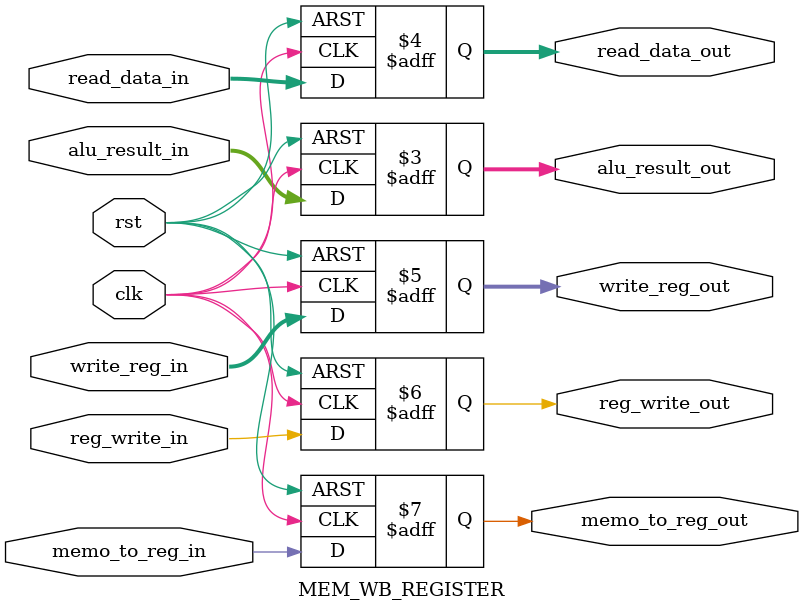
<source format=v>
`timescale 1ns / 1ps


module MEM_WB_REGISTER(
    input clk,
    input rst,
    input [31:0] alu_result_in, // Input ALU result
    input [31:0] read_data_in, // Input Read Data from Memory
    input [4:0] write_reg_in, // Input Write Register
    input reg_write_in, // Input Register Write Enable
    input memo_to_reg_in, // Input Memory to Register Select
    output reg [31:0] alu_result_out, // Output ALU result
    output reg [31:0] read_data_out, // Output Read Data from Memory
    output reg [4:0] write_reg_out, // Output Write Register
    output reg reg_write_out, // Output Register Write Enable
    output reg memo_to_reg_out // Output Memory to Register Select
    );
    always @(posedge clk or negedge rst) begin
        if (rst == 0) begin
            alu_result_out <= 32'b0; // Reset ALU result to 0
            read_data_out <= 32'b0; // Reset Read Data to 0
            write_reg_out <= 5'b0; // Reset Write Register to 0
            reg_write_out <= 1'b0; // Reset Register Write Enable to 0
            memo_to_reg_out <= 1'b0; // Reset Memory to Register Select to 0
        end else begin
            alu_result_out <= alu_result_in; // Update ALU result
            read_data_out <= read_data_in; // Update Read Data from Memory
            write_reg_out <= write_reg_in; // Update Write Register
            reg_write_out <= reg_write_in; // Update Register Write Enable
            memo_to_reg_out <= memo_to_reg_in; // Update Memory to Register Select
        end
    end
endmodule

</source>
